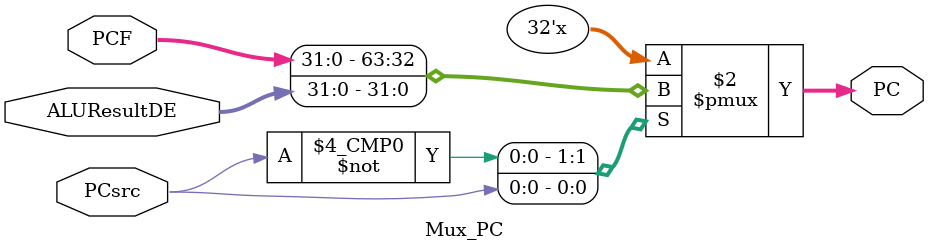
<source format=sv>
module Mux_PC (
    input logic         PCsrc,              //signal from controller
    input logic  [31:0] PCF,ALUResultDE,
    output logic [31:0] PC
);
 always_comb 
 begin 
    case (PCsrc)
        1'b0 :   PC = PCF;
        1'b1 :   PC = ALUResultDE; 
        default: PC = PCF;
    endcase
 end 
endmodule
</source>
